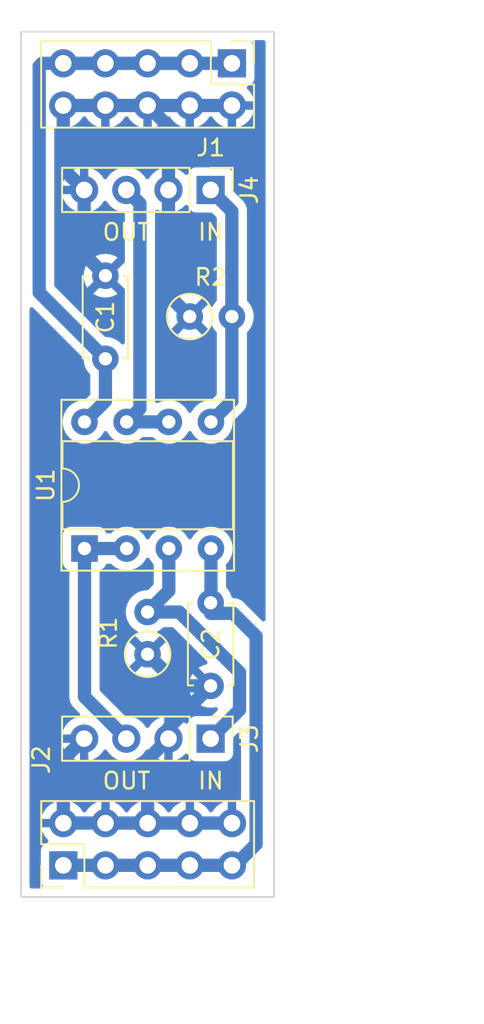
<source format=kicad_pcb>
(kicad_pcb (version 20211014) (generator pcbnew)
  (layers (0 "F.Cu" signal) (31 "B.Cu" signal) (34 "B.Paste" user) (35 "F.Paste" user) (36 "B.SilkS" user "B.Silkscreen") (37 "F.SilkS" user "F.Silkscreen") (38 "B.Mask" user) (39 "F.Mask" user) (44 "Edge.Cuts" user))
  (net 0 "")
  (net 1 "+12V")
  (net 2 "GND")
  (net 3 "-12V")
  (net 4 "Net-(J3-Pad1)")
  (net 5 "Net-(J3-Pad3)")
  (net 6 "Net-(J4-Pad1)")
  (net 7 "Net-(J4-Pad3)")
  (footprint "Resistor_THT:R_Axial_DIN0207_L6.3mm_D2.5mm_P2.54mm_Vertical" (layer "F.Cu") (at 116.84 63.5 90)
    (fp_text reference "R1" (at 1.27 -2.37 90) (layer "F.SilkS"))
    (fp_text value "1M")
    (fp_line (start 1.37 0) (end 1.44 0) (layer "F.SilkS") (width 0.12))
    (fp_circle (center 0 0) (end 1.37 0) (layer "F.SilkS") (width 0.12) (fill none))
    (pad "1" thru_hole circle (at 0 0 90) (size 1.6 1.6) (drill 0.8) (layers *.Cu *.Mask) (net 2 "GND"))
    (pad "2" thru_hole oval (at 2.54 0 90) (size 1.6 1.6) (drill 0.8) (layers *.Cu *.Mask) (net 4 "Net-(J3-Pad1)"))
  )
  (footprint "Connector_PinHeader_2.54mm:PinHeader_2x05_P2.54mm_Vertical" (layer "F.Cu") (at 111.765 76.205 90)
    (fp_text reference "J2" (at 6.355 -1.33 90) (layer "F.SilkS"))
    (fp_text value "Conn_02x05")
    (fp_line (start -1.33 1.27) (end -1.33 11.49) (layer "F.SilkS") (width 0.12))
    (fp_line (start -1.33 11.49) (end 3.87 11.49) (layer "F.SilkS") (width 0.12))
    (fp_line (start 1.27 1.27) (end 1.27 -1.33) (layer "F.SilkS") (width 0.12))
    (fp_line (start -1.33 0) (end -1.33 -1.33) (layer "F.SilkS") (width 0.12))
    (fp_line (start -1.33 -1.33) (end 0 -1.33) (layer "F.SilkS") (width 0.12))
    (fp_line (start -1.33 1.27) (end 1.27 1.27) (layer "F.SilkS") (width 0.12))
    (fp_line (start 1.27 -1.33) (end 3.87 -1.33) (layer "F.SilkS") (width 0.12))
    (fp_line (start 3.87 -1.33) (end 3.87 11.49) (layer "F.SilkS") (width 0.12))
    (pad "1" thru_hole rect (at 0 0 90) (size 1.7 1.7) (drill 1) (layers *.Cu *.Mask) (net 3 "-12V"))
    (pad "2" thru_hole oval (at 2.54 0 90) (size 1.7 1.7) (drill 1) (layers *.Cu *.Mask) (net 2 "GND"))
    (pad "3" thru_hole oval (at 0 2.54 90) (size 1.7 1.7) (drill 1) (layers *.Cu *.Mask) (net 3 "-12V"))
    (pad "4" thru_hole oval (at 2.54 2.54 90) (size 1.7 1.7) (drill 1) (layers *.Cu *.Mask) (net 2 "GND"))
    (pad "5" thru_hole oval (at 0 5.08 90) (size 1.7 1.7) (drill 1) (layers *.Cu *.Mask) (net 3 "-12V"))
    (pad "6" thru_hole oval (at 2.54 5.08 90) (size 1.7 1.7) (drill 1) (layers *.Cu *.Mask) (net 2 "GND"))
    (pad "7" thru_hole oval (at 0 7.62 90) (size 1.7 1.7) (drill 1) (layers *.Cu *.Mask) (net 3 "-12V"))
    (pad "8" thru_hole oval (at 2.54 7.62 90) (size 1.7 1.7) (drill 1) (layers *.Cu *.Mask) (net 2 "GND"))
    (pad "9" thru_hole oval (at 0 10.16 90) (size 1.7 1.7) (drill 1) (layers *.Cu *.Mask) (net 3 "-12V"))
    (pad "10" thru_hole oval (at 2.54 10.16 90) (size 1.7 1.7) (drill 1) (layers *.Cu *.Mask) (net 2 "GND"))
  )
  (footprint "Capacitor_THT:C_Disc_D4.7mm_W2.5mm_P5.00mm" (layer "F.Cu") (at 120.64 65.405 90)
    (fp_text reference "C2" (at 2.5 0.01 90) (layer "F.SilkS"))
    (fp_text value "100nF")
    (fp_line (start 0.03 -1.37) (end 4.97 -1.37) (layer "F.SilkS") (width 0.12))
    (fp_line (start 0.03 1.37) (end 4.97 1.37) (layer "F.SilkS") (width 0.12))
    (fp_line (start 0.03 1.055) (end 0.03 1.37) (layer "F.SilkS") (width 0.12))
    (fp_line (start 4.97 1.055) (end 4.97 1.37) (layer "F.SilkS") (width 0.12))
    (fp_line (start 0.03 -1.37) (end 0.03 -1.055) (layer "F.SilkS") (width 0.12))
    (fp_line (start 4.97 -1.37) (end 4.97 -1.055) (layer "F.SilkS") (width 0.12))
    (pad "1" thru_hole circle (at 0 0 90) (size 1.6 1.6) (drill 0.8) (layers *.Cu *.Mask) (net 2 "GND"))
    (pad "2" thru_hole circle (at 5 0 90) (size 1.6 1.6) (drill 0.8) (layers *.Cu *.Mask) (net 3 "-12V"))
  )
  (footprint "Connector_PinHeader_2.54mm:PinHeader_1x04_P2.54mm_Vertical" (layer "F.Cu") (at 120.64 35.56 -90)
    (fp_text reference "J4" (at 0 -2.33 90) (layer "F.SilkS"))
    (fp_text value "Conn_01x04")
    (fp_line (start 1.33 1.27) (end 1.33 8.95) (layer "F.SilkS") (width 0.12))
    (fp_line (start -1.33 1.27) (end -1.33 8.95) (layer "F.SilkS") (width 0.12))
    (fp_line (start -1.33 8.95) (end 1.33 8.95) (layer "F.SilkS") (width 0.12))
    (fp_line (start -1.33 0) (end -1.33 -1.33) (layer "F.SilkS") (width 0.12))
    (fp_line (start -1.33 -1.33) (end 0 -1.33) (layer "F.SilkS") (width 0.12))
    (fp_line (start -1.33 1.27) (end 1.33 1.27) (layer "F.SilkS") (width 0.12))
    (pad "1" thru_hole rect (at 0 0 270) (size 1.7 1.7) (drill 1) (layers *.Cu *.Mask) (net 6 "Net-(J4-Pad1)"))
    (pad "2" thru_hole oval (at 0 2.54 270) (size 1.7 1.7) (drill 1) (layers *.Cu *.Mask) (net 2 "GND"))
    (pad "3" thru_hole oval (at 0 5.08 270) (size 1.7 1.7) (drill 1) (layers *.Cu *.Mask) (net 7 "Net-(J4-Pad3)"))
    (pad "4" thru_hole oval (at 0 7.62 270) (size 1.7 1.7) (drill 1) (layers *.Cu *.Mask) (net 2 "GND"))
  )
  (footprint "Capacitor_THT:C_Disc_D4.7mm_W2.5mm_P5.00mm" (layer "F.Cu") (at 114.3 45.72 90)
    (fp_text reference "C1" (at 2.5 0 90) (layer "F.SilkS"))
    (fp_text value "100nF")
    (fp_line (start 0.03 -1.37) (end 4.97 -1.37) (layer "F.SilkS") (width 0.12))
    (fp_line (start 0.03 1.37) (end 4.97 1.37) (layer "F.SilkS") (width 0.12))
    (fp_line (start 4.97 1.055) (end 4.97 1.37) (layer "F.SilkS") (width 0.12))
    (fp_line (start 4.97 -1.37) (end 4.97 -1.055) (layer "F.SilkS") (width 0.12))
    (fp_line (start 0.03 1.055) (end 0.03 1.37) (layer "F.SilkS") (width 0.12))
    (fp_line (start 0.03 -1.37) (end 0.03 -1.055) (layer "F.SilkS") (width 0.12))
    (pad "1" thru_hole circle (at 0 0 90) (size 1.6 1.6) (drill 0.8) (layers *.Cu *.Mask) (net 1 "+12V"))
    (pad "2" thru_hole circle (at 5 0 90) (size 1.6 1.6) (drill 0.8) (layers *.Cu *.Mask) (net 2 "GND"))
  )
  (footprint "Connector_PinHeader_2.54mm:PinHeader_1x04_P2.54mm_Vertical" (layer "F.Cu") (at 120.64 68.58 -90)
    (fp_text reference "J3" (at 0 -2.33 90) (layer "F.SilkS"))
    (fp_text value "Conn_01x04")
    (fp_line (start -1.33 1.27) (end 1.33 1.27) (layer "F.SilkS") (width 0.12))
    (fp_line (start -1.33 -1.33) (end 0 -1.33) (layer "F.SilkS") (width 0.12))
    (fp_line (start 1.33 1.27) (end 1.33 8.95) (layer "F.SilkS") (width 0.12))
    (fp_line (start -1.33 8.95) (end 1.33 8.95) (layer "F.SilkS") (width 0.12))
    (fp_line (start -1.33 0) (end -1.33 -1.33) (layer "F.SilkS") (width 0.12))
    (fp_line (start -1.33 1.27) (end -1.33 8.95) (layer "F.SilkS") (width 0.12))
    (pad "1" thru_hole rect (at 0 0 270) (size 1.7 1.7) (drill 1) (layers *.Cu *.Mask) (net 4 "Net-(J3-Pad1)"))
    (pad "2" thru_hole oval (at 0 2.54 270) (size 1.7 1.7) (drill 1) (layers *.Cu *.Mask) (net 2 "GND"))
    (pad "3" thru_hole oval (at 0 5.08 270) (size 1.7 1.7) (drill 1) (layers *.Cu *.Mask) (net 5 "Net-(J3-Pad3)"))
    (pad "4" thru_hole oval (at 0 7.62 270) (size 1.7 1.7) (drill 1) (layers *.Cu *.Mask) (net 2 "GND"))
  )
  (footprint "Resistor_THT:R_Axial_DIN0207_L6.3mm_D2.5mm_P2.54mm_Vertical" (layer "F.Cu") (at 119.38 43.18)
    (fp_text reference "R2" (at 1.27 -2.37) (layer "F.SilkS"))
    (fp_text value "1M")
    (fp_line (start 1.37 0) (end 1.44 0) (layer "F.SilkS") (width 0.12))
    (fp_circle (center 0 0) (end 1.37 0) (layer "F.SilkS") (width 0.12) (fill none))
    (pad "1" thru_hole circle (at 0 0) (size 1.6 1.6) (drill 0.8) (layers *.Cu *.Mask) (net 2 "GND"))
    (pad "2" thru_hole oval (at 2.54 0) (size 1.6 1.6) (drill 0.8) (layers *.Cu *.Mask) (net 6 "Net-(J4-Pad1)"))
  )
  (footprint "Package_DIP:DIP-8_W7.62mm_Socket" (layer "F.Cu") (at 113.04 57.14 90)
    (fp_text reference "U1" (at 3.81 -2.33 90) (layer "F.SilkS"))
    (fp_text value "TL072")
    (fp_line (start 6.46 -1.33) (end 4.81 -1.33) (layer "F.SilkS") (width 0.12))
    (fp_line (start 8.95 9.01) (end 8.95 -1.39) (layer "F.SilkS") (width 0.12))
    (fp_line (start 6.46 8.95) (end 6.46 -1.33) (layer "F.SilkS") (width 0.12))
    (fp_line (start -1.33 9.01) (end 8.95 9.01) (layer "F.SilkS") (width 0.12))
    (fp_line (start 1.16 -1.33) (end 1.16 8.95) (layer "F.SilkS") (width 0.12))
    (fp_line (start 2.81 -1.33) (end 1.16 -1.33) (layer "F.SilkS") (width 0.12))
    (fp_line (start 1.16 8.95) (end 6.46 8.95) (layer "F.SilkS") (width 0.12))
    (fp_line (start -1.33 -1.39) (end -1.33 9.01) (layer "F.SilkS") (width 0.12))
    (fp_line (start 8.95 -1.39) (end -1.33 -1.39) (layer "F.SilkS") (width 0.12))
    (fp_arc (start 4.81 -1.33) (mid 3.81 -0.33) (end 2.81 -1.33) (layer "F.SilkS") (width 0.12))
    (pad "1" thru_hole rect (at 0 0 90) (size 1.6 1.6) (drill 0.8) (layers *.Cu *.Mask) (net 5 "Net-(J3-Pad3)"))
    (pad "2" thru_hole oval (at 0 2.54 90) (size 1.6 1.6) (drill 0.8) (layers *.Cu *.Mask) (net 5 "Net-(J3-Pad3)"))
    (pad "3" thru_hole oval (at 0 5.08 90) (size 1.6 1.6) (drill 0.8) (layers *.Cu *.Mask) (net 4 "Net-(J3-Pad1)"))
    (pad "4" thru_hole oval (at 0 7.62 90) (size 1.6 1.6) (drill 0.8) (layers *.Cu *.Mask) (net 3 "-12V"))
    (pad "5" thru_hole oval (at 7.62 7.62 90) (size 1.6 1.6) (drill 0.8) (layers *.Cu *.Mask) (net 6 "Net-(J4-Pad1)"))
    (pad "6" thru_hole oval (at 7.62 5.08 90) (size 1.6 1.6) (drill 0.8) (layers *.Cu *.Mask) (net 7 "Net-(J4-Pad3)"))
    (pad "7" thru_hole oval (at 7.62 2.54 90) (size 1.6 1.6) (drill 0.8) (layers *.Cu *.Mask) (net 7 "Net-(J4-Pad3)"))
    (pad "8" thru_hole oval (at 7.62 0 90) (size 1.6 1.6) (drill 0.8) (layers *.Cu *.Mask) (net 1 "+12V"))
  )
  (footprint "Connector_PinHeader_2.54mm:PinHeader_2x05_P2.54mm_Vertical" (layer "F.Cu") (at 121.92 27.94 -90)
    (fp_text reference "J1" (at 5.08 1.28) (layer "F.SilkS"))
    (fp_text value "Conn_02x05")
    (fp_line (start -1.33 -1.33) (end 0 -1.33) (layer "F.SilkS") (width 0.12))
    (fp_line (start -1.33 11.49) (end 3.87 11.49) (layer "F.SilkS") (width 0.12))
    (fp_line (start -1.33 1.27) (end -1.33 11.49) (layer "F.SilkS") (width 0.12))
    (fp_line (start -1.33 0) (end -1.33 -1.33) (layer "F.SilkS") (width 0.12))
    (fp_line (start 1.27 -1.33) (end 3.87 -1.33) (layer "F.SilkS") (width 0.12))
    (fp_line (start 3.87 -1.33) (end 3.87 11.49) (layer "F.SilkS") (width 0.12))
    (fp_line (start 1.27 1.27) (end 1.27 -1.33) (layer "F.SilkS") (width 0.12))
    (fp_line (start -1.33 1.27) (end 1.27 1.27) (layer "F.SilkS") (width 0.12))
    (pad "1" thru_hole rect (at 0 0 270) (size 1.7 1.7) (drill 1) (layers *.Cu *.Mask) (net 1 "+12V"))
    (pad "2" thru_hole oval (at 2.54 0 270) (size 1.7 1.7) (drill 1) (layers *.Cu *.Mask) (net 2 "GND"))
    (pad "3" thru_hole oval (at 0 2.54 270) (size 1.7 1.7) (drill 1) (layers *.Cu *.Mask) (net 1 "+12V"))
    (pad "4" thru_hole oval (at 2.54 2.54 270) (size 1.7 1.7) (drill 1) (layers *.Cu *.Mask) (net 2 "GND"))
    (pad "5" thru_hole oval (at 0 5.08 270) (size 1.7 1.7) (drill 1) (layers *.Cu *.Mask) (net 1 "+12V"))
    (pad "6" thru_hole oval (at 2.54 5.08 270) (size 1.7 1.7) (drill 1) (layers *.Cu *.Mask) (net 2 "GND"))
    (pad "7" thru_hole oval (at 0 7.62 270) (size 1.7 1.7) (drill 1) (layers *.Cu *.Mask) (net 1 "+12V"))
    (pad "8" thru_hole oval (at 2.54 7.62 270) (size 1.7 1.7) (drill 1) (layers *.Cu *.Mask) (net 2 "GND"))
    (pad "9" thru_hole oval (at 0 10.16 270) (size 1.7 1.7) (drill 1) (layers *.Cu *.Mask) (net 1 "+12V"))
    (pad "10" thru_hole oval (at 2.54 10.16 270) (size 1.7 1.7) (drill 1) (layers *.Cu *.Mask) (net 2 "GND"))
  )
  (gr_rect (start 109.22 26.035) (end 124.46 78.105) (layer "Edge.Cuts") (width 0.1) (fill none))
  (gr_text "OUT" (at 115.57 71.12) (layer "F.SilkS") (effects (font (size 1 1))))
  (gr_text "IN" (at 120.65 38.1) (layer "F.SilkS") (effects (font (size 1 1))))
  (gr_text "OUT" (at 115.57 38.1) (layer "F.SilkS") (effects (font (size 1 1))))
  (gr_text "IN" (at 120.65 71.12) (layer "F.SilkS") (effects (font (size 1 1))))
  (segment (start 114.3 45.72) (end 114.3 48.26) (width 0.8) (layer "B.Cu") (net 1))
  (segment (start 114.3 48.26) (end 113.04 49.52) (width 0.8) (layer "B.Cu") (net 1))
  (segment (start 111.76 27.94) (end 110.49 27.94) (width 0.8) (layer "B.Cu") (net 1))
  (segment (start 110.310489 28.119511) (end 110.310489 41.730489) (width 0.8) (layer "B.Cu") (net 1))
  (segment (start 110.49 27.94) (end 110.310489 28.119511) (width 0.8) (layer "B.Cu") (net 1))
  (segment (start 110.310489 41.730489) (end 114.3 45.72) (width 0.8) (layer "B.Cu") (net 1))
  (segment (start 121.92 27.94) (end 111.76 27.94) (width 0.8) (layer "B.Cu") (net 1))
  (segment (start 118.745 65.405) (end 116.84 63.5) (width 0.8) (layer "B.Cu") (net 2))
  (segment (start 116.845 73.665) (end 116.845 69.835) (width 0.8) (layer "B.Cu") (net 2))
  (segment (start 118.1 41.9) (end 118.1 35.56) (width 0.8) (layer "B.Cu") (net 2))
  (segment (start 111.76 30.48) (end 111.76 34.3) (width 0.8) (layer "B.Cu") (net 2))
  (segment (start 111.765 69.835) (end 112.953233 68.646767) (width 0.8) (layer "B.Cu") (net 2))
  (segment (start 118.1 31.74) (end 116.84 30.48) (width 0.8) (layer "B.Cu") (net 2))
  (segment (start 111.765 73.665) (end 111.765 69.835) (width 0.8) (layer "B.Cu") (net 2))
  (segment (start 116.845 69.835) (end 118.1 68.58) (width 0.8) (layer "B.Cu") (net 2))
  (segment (start 121.92 30.48) (end 111.76 30.48) (width 0.8) (layer "B.Cu") (net 2))
  (segment (start 111.77 73.66) (end 121.93 73.66) (width 0.8) (layer "B.Cu") (net 2))
  (segment (start 119.38 43.18) (end 118.1 41.9) (width 0.8) (layer "B.Cu") (net 2))
  (segment (start 118.1 35.56) (end 118.1 31.74) (width 0.8) (layer "B.Cu") (net 2))
  (segment (start 118.1 67.945) (end 120.64 65.405) (width 0.8) (layer "B.Cu") (net 2))
  (segment (start 113.02 39.44) (end 113.02 35.56) (width 0.8) (layer "B.Cu") (net 2))
  (segment (start 118.1 68.58) (end 118.1 67.945) (width 0.8) (layer "B.Cu") (net 2))
  (segment (start 111.76 34.3) (end 113.02 35.56) (width 0.8) (layer "B.Cu") (net 2))
  (segment (start 120.64 65.405) (end 118.745 65.405) (width 0.8) (layer "B.Cu") (net 2))
  (segment (start 114.3 40.72) (end 113.02 39.44) (width 0.8) (layer "B.Cu") (net 2))
  (segment (start 114.31 76.2) (end 116.85 76.2) (width 0.8) (layer "B.Cu") (net 3))
  (segment (start 122 61.04) (end 120.64 61.04) (width 0.8) (layer "B.Cu") (net 3))
  (segment (start 123.379511 62.419511) (end 122 61.04) (width 0.8) (layer "B.Cu") (net 3))
  (segment (start 121.93 76.379511) (end 123.379511 74.93) (width 0.8) (layer "B.Cu") (net 3))
  (segment (start 120.66 61.02) (end 120.66 57.14) (width 0.8) (layer "B.Cu") (net 3))
  (segment (start 120.64 61.04) (end 120.66 61.02) (width 0.8) (layer "B.Cu") (net 3))
  (segment (start 123.379511 74.93) (end 123.379511 62.419511) (width 0.8) (layer "B.Cu") (net 3))
  (segment (start 121.93 76.2) (end 119.39 76.2) (width 0.8) (layer "B.Cu") (net 3))
  (segment (start 116.85 76.2) (end 119.39 76.2) (width 0.8) (layer "B.Cu") (net 3))
  (segment (start 111.765 76.2) (end 114.31 76.2) (width 0.8) (layer "B.Cu") (net 3))
  (segment (start 122.379991 66.840009) (end 120.64 68.58) (width 0.8) (layer "B.Cu") (net 4))
  (segment (start 118.12 59.68) (end 116.84 60.96) (width 0.8) (layer "B.Cu") (net 4))
  (segment (start 118.12 57.14) (end 118.12 59.68) (width 0.8) (layer "B.Cu") (net 4))
  (segment (start 122.379991 64.594991) (end 122.379991 66.840009) (width 0.8) (layer "B.Cu") (net 4))
  (segment (start 116.84 60.96) (end 118.745 60.96) (width 0.8) (layer "B.Cu") (net 4))
  (segment (start 118.745 60.96) (end 122.379991 64.594991) (width 0.8) (layer "B.Cu") (net 4))
  (segment (start 113.04 57.14) (end 115.58 57.14) (width 0.8) (layer "B.Cu") (net 5))
  (segment (start 115.56 68.58) (end 113.04 66.06) (width 0.8) (layer "B.Cu") (net 5))
  (segment (start 113.04 66.06) (end 113.04 57.14) (width 0.8) (layer "B.Cu") (net 5))
  (segment (start 121.92 43.18) (end 121.92 36.84) (width 0.8) (layer "B.Cu") (net 6))
  (segment (start 121.92 48.26) (end 120.66 49.52) (width 0.8) (layer "B.Cu") (net 6))
  (segment (start 121.92 36.84) (end 120.64 35.56) (width 0.8) (layer "B.Cu") (net 6))
  (segment (start 121.92 43.18) (end 121.92 48.26) (width 0.8) (layer "B.Cu") (net 6))
  (segment (start 116.379999 48.720001) (end 116.379999 36.379999) (width 0.8) (layer "B.Cu") (net 7))
  (segment (start 115.58 49.52) (end 116.379999 48.720001) (width 0.8) (layer "B.Cu") (net 7))
  (segment (start 116.379999 36.379999) (end 115.56 35.56) (width 0.8) (layer "B.Cu") (net 7))
  (segment (start 118.12 49.52) (end 115.58 49.52) (width 0.8) (layer "B.Cu") (net 7))
  (zone (net 2) (net_name "GND") (layer "B.Cu") (connect_pads (clearance 0.508)) (min_thickness 0.254) (fill yes (thermal_gap 0.508) (thermal_bridge_width 0.508))
    (polygon (pts (xy 125.73 80.01) (xy 107.95 80.01) (xy 107.95 24.13) (xy 125.73 24.13)))
  )
)
</source>
